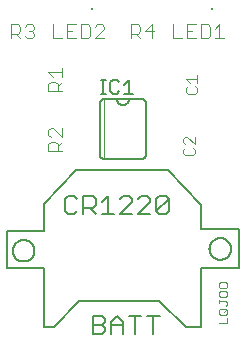
<source format=gto>
G75*
%MOIN*%
%OFA0B0*%
%FSLAX25Y25*%
%IPPOS*%
%LPD*%
%AMOC8*
5,1,8,0,0,1.08239X$1,22.5*
%
%ADD10C,0.00300*%
%ADD11C,0.00500*%
%ADD12C,0.00600*%
%ADD13C,0.00200*%
%ADD14R,0.00787X0.00787*%
%ADD15C,0.00400*%
D10*
X0072002Y0073630D02*
X0072619Y0073013D01*
X0075088Y0073013D01*
X0075705Y0073630D01*
X0075705Y0074865D01*
X0075088Y0075482D01*
X0075705Y0076696D02*
X0073236Y0079165D01*
X0072619Y0079165D01*
X0072002Y0078548D01*
X0072002Y0077313D01*
X0072619Y0076696D01*
X0072619Y0075482D02*
X0072002Y0074865D01*
X0072002Y0073630D01*
X0075705Y0076696D02*
X0075705Y0079165D01*
X0075978Y0093521D02*
X0073509Y0093521D01*
X0072892Y0094138D01*
X0072892Y0095372D01*
X0073509Y0095989D01*
X0074126Y0097204D02*
X0072892Y0098438D01*
X0076595Y0098438D01*
X0076595Y0097204D02*
X0076595Y0099673D01*
X0075978Y0095989D02*
X0076595Y0095372D01*
X0076595Y0094138D01*
X0075978Y0093521D01*
X0084231Y0030671D02*
X0083748Y0030187D01*
X0083748Y0029220D01*
X0084231Y0028736D01*
X0086166Y0028736D01*
X0086650Y0029220D01*
X0086650Y0030187D01*
X0086166Y0030671D01*
X0084231Y0030671D01*
X0084231Y0027725D02*
X0083748Y0027241D01*
X0083748Y0026273D01*
X0084231Y0025790D01*
X0086166Y0025790D01*
X0086650Y0026273D01*
X0086650Y0027241D01*
X0086166Y0027725D01*
X0084231Y0027725D01*
X0083748Y0024778D02*
X0083748Y0023811D01*
X0083748Y0024294D02*
X0086166Y0024294D01*
X0086650Y0023811D01*
X0086650Y0023327D01*
X0086166Y0022843D01*
X0086166Y0021831D02*
X0086650Y0021348D01*
X0086650Y0020380D01*
X0086166Y0019897D01*
X0084231Y0019897D01*
X0083748Y0020380D01*
X0083748Y0021348D01*
X0084231Y0021831D01*
X0086166Y0021831D01*
X0086650Y0021831D02*
X0085683Y0020864D01*
X0086650Y0018885D02*
X0086650Y0016950D01*
X0083748Y0016950D01*
D11*
X0025580Y0015611D02*
X0025580Y0035343D01*
X0013060Y0035343D01*
X0013060Y0047863D01*
X0025580Y0047863D01*
X0025580Y0056863D01*
X0036131Y0068020D01*
X0066863Y0068020D01*
X0078020Y0056257D01*
X0078020Y0048257D01*
X0090540Y0048257D01*
X0090540Y0035343D01*
X0078020Y0035343D01*
X0078020Y0015611D01*
X0072800Y0015611D01*
X0063800Y0024461D01*
X0037225Y0024461D01*
X0028800Y0015611D01*
X0025580Y0015611D01*
X0041741Y0016447D02*
X0044794Y0016447D01*
X0045811Y0015430D01*
X0045811Y0014412D01*
X0044794Y0013395D01*
X0041741Y0013395D01*
X0041741Y0019500D01*
X0044794Y0019500D01*
X0045811Y0018483D01*
X0045811Y0017465D01*
X0044794Y0016447D01*
X0047818Y0016447D02*
X0051889Y0016447D01*
X0051889Y0017465D02*
X0051889Y0013395D01*
X0055931Y0013395D02*
X0055931Y0019500D01*
X0053896Y0019500D02*
X0057966Y0019500D01*
X0059973Y0019500D02*
X0064043Y0019500D01*
X0062008Y0019500D02*
X0062008Y0013395D01*
X0051889Y0017465D02*
X0049853Y0019500D01*
X0047818Y0017465D01*
X0047818Y0013395D01*
X0048811Y0053363D02*
X0044741Y0053363D01*
X0042734Y0053363D02*
X0040699Y0055398D01*
X0041717Y0055398D02*
X0038664Y0055398D01*
X0038664Y0053363D02*
X0038664Y0059469D01*
X0041717Y0059469D01*
X0042734Y0058451D01*
X0042734Y0056416D01*
X0041717Y0055398D01*
X0044741Y0057434D02*
X0046776Y0059469D01*
X0046776Y0053363D01*
X0050818Y0053363D02*
X0054889Y0057434D01*
X0054889Y0058451D01*
X0053871Y0059469D01*
X0051836Y0059469D01*
X0050818Y0058451D01*
X0050818Y0053363D02*
X0054889Y0053363D01*
X0056896Y0053363D02*
X0060966Y0057434D01*
X0060966Y0058451D01*
X0059948Y0059469D01*
X0057913Y0059469D01*
X0056896Y0058451D01*
X0056896Y0053363D02*
X0060966Y0053363D01*
X0062973Y0054381D02*
X0067043Y0058451D01*
X0067043Y0054381D01*
X0066025Y0053363D01*
X0063990Y0053363D01*
X0062973Y0054381D01*
X0062973Y0058451D01*
X0063990Y0059469D01*
X0066025Y0059469D01*
X0067043Y0058451D01*
X0080690Y0041800D02*
X0080692Y0041920D01*
X0080698Y0042040D01*
X0080708Y0042159D01*
X0080722Y0042278D01*
X0080740Y0042397D01*
X0080761Y0042515D01*
X0080787Y0042632D01*
X0080817Y0042748D01*
X0080850Y0042863D01*
X0080887Y0042977D01*
X0080928Y0043089D01*
X0080973Y0043201D01*
X0081022Y0043310D01*
X0081074Y0043418D01*
X0081129Y0043525D01*
X0081188Y0043629D01*
X0081251Y0043731D01*
X0081317Y0043831D01*
X0081386Y0043929D01*
X0081458Y0044025D01*
X0081534Y0044118D01*
X0081612Y0044208D01*
X0081694Y0044296D01*
X0081778Y0044381D01*
X0081865Y0044464D01*
X0081955Y0044543D01*
X0082048Y0044619D01*
X0082143Y0044692D01*
X0082240Y0044762D01*
X0082340Y0044829D01*
X0082441Y0044892D01*
X0082545Y0044952D01*
X0082651Y0045009D01*
X0082758Y0045062D01*
X0082868Y0045111D01*
X0082979Y0045157D01*
X0083091Y0045199D01*
X0083205Y0045237D01*
X0083319Y0045271D01*
X0083435Y0045302D01*
X0083552Y0045328D01*
X0083670Y0045351D01*
X0083788Y0045370D01*
X0083907Y0045385D01*
X0084027Y0045396D01*
X0084146Y0045403D01*
X0084266Y0045406D01*
X0084386Y0045405D01*
X0084506Y0045400D01*
X0084625Y0045391D01*
X0084744Y0045378D01*
X0084863Y0045361D01*
X0084981Y0045340D01*
X0085098Y0045316D01*
X0085215Y0045287D01*
X0085330Y0045255D01*
X0085444Y0045218D01*
X0085557Y0045178D01*
X0085669Y0045134D01*
X0085779Y0045087D01*
X0085888Y0045036D01*
X0085994Y0044981D01*
X0086099Y0044923D01*
X0086202Y0044861D01*
X0086303Y0044796D01*
X0086401Y0044728D01*
X0086497Y0044656D01*
X0086591Y0044582D01*
X0086682Y0044504D01*
X0086771Y0044423D01*
X0086856Y0044339D01*
X0086939Y0044253D01*
X0087019Y0044163D01*
X0087097Y0044072D01*
X0087170Y0043977D01*
X0087241Y0043881D01*
X0087309Y0043782D01*
X0087373Y0043680D01*
X0087434Y0043577D01*
X0087491Y0043472D01*
X0087545Y0043365D01*
X0087595Y0043256D01*
X0087642Y0043145D01*
X0087685Y0043033D01*
X0087724Y0042920D01*
X0087759Y0042805D01*
X0087790Y0042690D01*
X0087818Y0042573D01*
X0087842Y0042456D01*
X0087862Y0042337D01*
X0087878Y0042219D01*
X0087890Y0042099D01*
X0087898Y0041980D01*
X0087902Y0041860D01*
X0087902Y0041740D01*
X0087898Y0041620D01*
X0087890Y0041501D01*
X0087878Y0041381D01*
X0087862Y0041263D01*
X0087842Y0041144D01*
X0087818Y0041027D01*
X0087790Y0040910D01*
X0087759Y0040795D01*
X0087724Y0040680D01*
X0087685Y0040567D01*
X0087642Y0040455D01*
X0087595Y0040344D01*
X0087545Y0040235D01*
X0087491Y0040128D01*
X0087434Y0040023D01*
X0087373Y0039920D01*
X0087309Y0039818D01*
X0087241Y0039719D01*
X0087170Y0039623D01*
X0087097Y0039528D01*
X0087019Y0039437D01*
X0086939Y0039347D01*
X0086856Y0039261D01*
X0086771Y0039177D01*
X0086682Y0039096D01*
X0086591Y0039018D01*
X0086497Y0038944D01*
X0086401Y0038872D01*
X0086303Y0038804D01*
X0086202Y0038739D01*
X0086099Y0038677D01*
X0085994Y0038619D01*
X0085888Y0038564D01*
X0085779Y0038513D01*
X0085669Y0038466D01*
X0085557Y0038422D01*
X0085444Y0038382D01*
X0085330Y0038345D01*
X0085215Y0038313D01*
X0085098Y0038284D01*
X0084981Y0038260D01*
X0084863Y0038239D01*
X0084744Y0038222D01*
X0084625Y0038209D01*
X0084506Y0038200D01*
X0084386Y0038195D01*
X0084266Y0038194D01*
X0084146Y0038197D01*
X0084027Y0038204D01*
X0083907Y0038215D01*
X0083788Y0038230D01*
X0083670Y0038249D01*
X0083552Y0038272D01*
X0083435Y0038298D01*
X0083319Y0038329D01*
X0083205Y0038363D01*
X0083091Y0038401D01*
X0082979Y0038443D01*
X0082868Y0038489D01*
X0082758Y0038538D01*
X0082651Y0038591D01*
X0082545Y0038648D01*
X0082441Y0038708D01*
X0082340Y0038771D01*
X0082240Y0038838D01*
X0082143Y0038908D01*
X0082048Y0038981D01*
X0081955Y0039057D01*
X0081865Y0039136D01*
X0081778Y0039219D01*
X0081694Y0039304D01*
X0081612Y0039392D01*
X0081534Y0039482D01*
X0081458Y0039575D01*
X0081386Y0039671D01*
X0081317Y0039769D01*
X0081251Y0039869D01*
X0081188Y0039971D01*
X0081129Y0040075D01*
X0081074Y0040182D01*
X0081022Y0040290D01*
X0080973Y0040399D01*
X0080928Y0040511D01*
X0080887Y0040623D01*
X0080850Y0040737D01*
X0080817Y0040852D01*
X0080787Y0040968D01*
X0080761Y0041085D01*
X0080740Y0041203D01*
X0080722Y0041322D01*
X0080708Y0041441D01*
X0080698Y0041560D01*
X0080692Y0041680D01*
X0080690Y0041800D01*
X0055226Y0093550D02*
X0052223Y0093550D01*
X0053724Y0093550D02*
X0053724Y0098054D01*
X0052223Y0096553D01*
X0050622Y0097303D02*
X0049871Y0098054D01*
X0048370Y0098054D01*
X0047619Y0097303D01*
X0047619Y0094301D01*
X0048370Y0093550D01*
X0049871Y0093550D01*
X0050622Y0094301D01*
X0046051Y0093550D02*
X0044550Y0093550D01*
X0045301Y0093550D02*
X0045301Y0098054D01*
X0046051Y0098054D02*
X0044550Y0098054D01*
X0035639Y0059469D02*
X0033604Y0059469D01*
X0032587Y0058451D01*
X0032587Y0054381D01*
X0033604Y0053363D01*
X0035639Y0053363D01*
X0036657Y0054381D01*
X0036657Y0058451D02*
X0035639Y0059469D01*
X0015123Y0041194D02*
X0015125Y0041314D01*
X0015131Y0041434D01*
X0015141Y0041553D01*
X0015155Y0041672D01*
X0015173Y0041791D01*
X0015194Y0041909D01*
X0015220Y0042026D01*
X0015250Y0042142D01*
X0015283Y0042257D01*
X0015320Y0042371D01*
X0015361Y0042483D01*
X0015406Y0042595D01*
X0015455Y0042704D01*
X0015507Y0042812D01*
X0015562Y0042919D01*
X0015621Y0043023D01*
X0015684Y0043125D01*
X0015750Y0043225D01*
X0015819Y0043323D01*
X0015891Y0043419D01*
X0015967Y0043512D01*
X0016045Y0043602D01*
X0016127Y0043690D01*
X0016211Y0043775D01*
X0016298Y0043858D01*
X0016388Y0043937D01*
X0016481Y0044013D01*
X0016576Y0044086D01*
X0016673Y0044156D01*
X0016773Y0044223D01*
X0016874Y0044286D01*
X0016978Y0044346D01*
X0017084Y0044403D01*
X0017191Y0044456D01*
X0017301Y0044505D01*
X0017412Y0044551D01*
X0017524Y0044593D01*
X0017638Y0044631D01*
X0017752Y0044665D01*
X0017868Y0044696D01*
X0017985Y0044722D01*
X0018103Y0044745D01*
X0018221Y0044764D01*
X0018340Y0044779D01*
X0018460Y0044790D01*
X0018579Y0044797D01*
X0018699Y0044800D01*
X0018819Y0044799D01*
X0018939Y0044794D01*
X0019058Y0044785D01*
X0019177Y0044772D01*
X0019296Y0044755D01*
X0019414Y0044734D01*
X0019531Y0044710D01*
X0019648Y0044681D01*
X0019763Y0044649D01*
X0019877Y0044612D01*
X0019990Y0044572D01*
X0020102Y0044528D01*
X0020212Y0044481D01*
X0020321Y0044430D01*
X0020427Y0044375D01*
X0020532Y0044317D01*
X0020635Y0044255D01*
X0020736Y0044190D01*
X0020834Y0044122D01*
X0020930Y0044050D01*
X0021024Y0043976D01*
X0021115Y0043898D01*
X0021204Y0043817D01*
X0021289Y0043733D01*
X0021372Y0043647D01*
X0021452Y0043557D01*
X0021530Y0043466D01*
X0021603Y0043371D01*
X0021674Y0043275D01*
X0021742Y0043176D01*
X0021806Y0043074D01*
X0021867Y0042971D01*
X0021924Y0042866D01*
X0021978Y0042759D01*
X0022028Y0042650D01*
X0022075Y0042539D01*
X0022118Y0042427D01*
X0022157Y0042314D01*
X0022192Y0042199D01*
X0022223Y0042084D01*
X0022251Y0041967D01*
X0022275Y0041850D01*
X0022295Y0041731D01*
X0022311Y0041613D01*
X0022323Y0041493D01*
X0022331Y0041374D01*
X0022335Y0041254D01*
X0022335Y0041134D01*
X0022331Y0041014D01*
X0022323Y0040895D01*
X0022311Y0040775D01*
X0022295Y0040657D01*
X0022275Y0040538D01*
X0022251Y0040421D01*
X0022223Y0040304D01*
X0022192Y0040189D01*
X0022157Y0040074D01*
X0022118Y0039961D01*
X0022075Y0039849D01*
X0022028Y0039738D01*
X0021978Y0039629D01*
X0021924Y0039522D01*
X0021867Y0039417D01*
X0021806Y0039314D01*
X0021742Y0039212D01*
X0021674Y0039113D01*
X0021603Y0039017D01*
X0021530Y0038922D01*
X0021452Y0038831D01*
X0021372Y0038741D01*
X0021289Y0038655D01*
X0021204Y0038571D01*
X0021115Y0038490D01*
X0021024Y0038412D01*
X0020930Y0038338D01*
X0020834Y0038266D01*
X0020736Y0038198D01*
X0020635Y0038133D01*
X0020532Y0038071D01*
X0020427Y0038013D01*
X0020321Y0037958D01*
X0020212Y0037907D01*
X0020102Y0037860D01*
X0019990Y0037816D01*
X0019877Y0037776D01*
X0019763Y0037739D01*
X0019648Y0037707D01*
X0019531Y0037678D01*
X0019414Y0037654D01*
X0019296Y0037633D01*
X0019177Y0037616D01*
X0019058Y0037603D01*
X0018939Y0037594D01*
X0018819Y0037589D01*
X0018699Y0037588D01*
X0018579Y0037591D01*
X0018460Y0037598D01*
X0018340Y0037609D01*
X0018221Y0037624D01*
X0018103Y0037643D01*
X0017985Y0037666D01*
X0017868Y0037692D01*
X0017752Y0037723D01*
X0017638Y0037757D01*
X0017524Y0037795D01*
X0017412Y0037837D01*
X0017301Y0037883D01*
X0017191Y0037932D01*
X0017084Y0037985D01*
X0016978Y0038042D01*
X0016874Y0038102D01*
X0016773Y0038165D01*
X0016673Y0038232D01*
X0016576Y0038302D01*
X0016481Y0038375D01*
X0016388Y0038451D01*
X0016298Y0038530D01*
X0016211Y0038613D01*
X0016127Y0038698D01*
X0016045Y0038786D01*
X0015967Y0038876D01*
X0015891Y0038969D01*
X0015819Y0039065D01*
X0015750Y0039163D01*
X0015684Y0039263D01*
X0015621Y0039365D01*
X0015562Y0039469D01*
X0015507Y0039576D01*
X0015455Y0039684D01*
X0015406Y0039793D01*
X0015361Y0039905D01*
X0015320Y0040017D01*
X0015283Y0040131D01*
X0015250Y0040246D01*
X0015220Y0040362D01*
X0015194Y0040479D01*
X0015173Y0040597D01*
X0015155Y0040716D01*
X0015141Y0040835D01*
X0015131Y0040954D01*
X0015125Y0041074D01*
X0015123Y0041194D01*
D12*
X0044100Y0073300D02*
X0044100Y0090300D01*
X0044102Y0090376D01*
X0044108Y0090452D01*
X0044117Y0090527D01*
X0044131Y0090602D01*
X0044148Y0090676D01*
X0044169Y0090749D01*
X0044193Y0090821D01*
X0044222Y0090892D01*
X0044253Y0090961D01*
X0044288Y0091028D01*
X0044327Y0091093D01*
X0044369Y0091157D01*
X0044414Y0091218D01*
X0044462Y0091277D01*
X0044513Y0091333D01*
X0044567Y0091387D01*
X0044623Y0091438D01*
X0044682Y0091486D01*
X0044743Y0091531D01*
X0044807Y0091573D01*
X0044872Y0091612D01*
X0044939Y0091647D01*
X0045008Y0091678D01*
X0045079Y0091707D01*
X0045151Y0091731D01*
X0045224Y0091752D01*
X0045298Y0091769D01*
X0045373Y0091783D01*
X0045448Y0091792D01*
X0045524Y0091798D01*
X0045600Y0091800D01*
X0058000Y0091800D01*
X0058076Y0091798D01*
X0058152Y0091792D01*
X0058227Y0091783D01*
X0058302Y0091769D01*
X0058376Y0091752D01*
X0058449Y0091731D01*
X0058521Y0091707D01*
X0058592Y0091678D01*
X0058661Y0091647D01*
X0058728Y0091612D01*
X0058793Y0091573D01*
X0058857Y0091531D01*
X0058918Y0091486D01*
X0058977Y0091438D01*
X0059033Y0091387D01*
X0059087Y0091333D01*
X0059138Y0091277D01*
X0059186Y0091218D01*
X0059231Y0091157D01*
X0059273Y0091093D01*
X0059312Y0091028D01*
X0059347Y0090961D01*
X0059378Y0090892D01*
X0059407Y0090821D01*
X0059431Y0090749D01*
X0059452Y0090676D01*
X0059469Y0090602D01*
X0059483Y0090527D01*
X0059492Y0090452D01*
X0059498Y0090376D01*
X0059500Y0090300D01*
X0059500Y0073300D01*
X0059498Y0073224D01*
X0059492Y0073148D01*
X0059483Y0073073D01*
X0059469Y0072998D01*
X0059452Y0072924D01*
X0059431Y0072851D01*
X0059407Y0072779D01*
X0059378Y0072708D01*
X0059347Y0072639D01*
X0059312Y0072572D01*
X0059273Y0072507D01*
X0059231Y0072443D01*
X0059186Y0072382D01*
X0059138Y0072323D01*
X0059087Y0072267D01*
X0059033Y0072213D01*
X0058977Y0072162D01*
X0058918Y0072114D01*
X0058857Y0072069D01*
X0058793Y0072027D01*
X0058728Y0071988D01*
X0058661Y0071953D01*
X0058592Y0071922D01*
X0058521Y0071893D01*
X0058449Y0071869D01*
X0058376Y0071848D01*
X0058302Y0071831D01*
X0058227Y0071817D01*
X0058152Y0071808D01*
X0058076Y0071802D01*
X0058000Y0071800D01*
X0045600Y0071800D01*
X0045524Y0071802D01*
X0045448Y0071808D01*
X0045373Y0071817D01*
X0045298Y0071831D01*
X0045224Y0071848D01*
X0045151Y0071869D01*
X0045079Y0071893D01*
X0045008Y0071922D01*
X0044939Y0071953D01*
X0044872Y0071988D01*
X0044807Y0072027D01*
X0044743Y0072069D01*
X0044682Y0072114D01*
X0044623Y0072162D01*
X0044567Y0072213D01*
X0044513Y0072267D01*
X0044462Y0072323D01*
X0044414Y0072382D01*
X0044369Y0072443D01*
X0044327Y0072507D01*
X0044288Y0072572D01*
X0044253Y0072639D01*
X0044222Y0072708D01*
X0044193Y0072779D01*
X0044169Y0072851D01*
X0044148Y0072924D01*
X0044131Y0072998D01*
X0044117Y0073073D01*
X0044108Y0073148D01*
X0044102Y0073224D01*
X0044100Y0073300D01*
X0049800Y0091800D02*
X0049802Y0091712D01*
X0049808Y0091623D01*
X0049818Y0091535D01*
X0049831Y0091448D01*
X0049849Y0091361D01*
X0049870Y0091275D01*
X0049895Y0091190D01*
X0049924Y0091107D01*
X0049957Y0091024D01*
X0049993Y0090944D01*
X0050032Y0090865D01*
X0050075Y0090787D01*
X0050122Y0090712D01*
X0050172Y0090639D01*
X0050225Y0090568D01*
X0050281Y0090499D01*
X0050340Y0090433D01*
X0050402Y0090370D01*
X0050466Y0090310D01*
X0050533Y0090252D01*
X0050603Y0090198D01*
X0050675Y0090146D01*
X0050749Y0090098D01*
X0050826Y0090053D01*
X0050904Y0090012D01*
X0050984Y0089974D01*
X0051065Y0089940D01*
X0051148Y0089909D01*
X0051233Y0089882D01*
X0051318Y0089859D01*
X0051404Y0089840D01*
X0051492Y0089824D01*
X0051579Y0089812D01*
X0051667Y0089804D01*
X0051756Y0089800D01*
X0051844Y0089800D01*
X0051933Y0089804D01*
X0052021Y0089812D01*
X0052108Y0089824D01*
X0052196Y0089840D01*
X0052282Y0089859D01*
X0052367Y0089882D01*
X0052452Y0089909D01*
X0052535Y0089940D01*
X0052616Y0089974D01*
X0052696Y0090012D01*
X0052774Y0090053D01*
X0052851Y0090098D01*
X0052925Y0090146D01*
X0052997Y0090198D01*
X0053067Y0090252D01*
X0053134Y0090310D01*
X0053198Y0090370D01*
X0053260Y0090433D01*
X0053319Y0090499D01*
X0053375Y0090568D01*
X0053428Y0090639D01*
X0053478Y0090712D01*
X0053525Y0090787D01*
X0053568Y0090865D01*
X0053607Y0090944D01*
X0053643Y0091024D01*
X0053676Y0091107D01*
X0053705Y0091190D01*
X0053730Y0091275D01*
X0053751Y0091361D01*
X0053769Y0091448D01*
X0053782Y0091535D01*
X0053792Y0091623D01*
X0053798Y0091712D01*
X0053800Y0091800D01*
D13*
X0045500Y0091800D02*
X0045500Y0071800D01*
D14*
X0041406Y0121800D03*
X0081406Y0121800D03*
D15*
X0080094Y0116604D02*
X0077792Y0116604D01*
X0077792Y0112000D01*
X0080094Y0112000D01*
X0080861Y0112767D01*
X0080861Y0115837D01*
X0080094Y0116604D01*
X0082396Y0115069D02*
X0083931Y0116604D01*
X0083931Y0112000D01*
X0085465Y0112000D02*
X0082396Y0112000D01*
X0076257Y0112000D02*
X0073188Y0112000D01*
X0073188Y0116604D01*
X0076257Y0116604D01*
X0074723Y0114302D02*
X0073188Y0114302D01*
X0071654Y0112000D02*
X0068584Y0112000D01*
X0068584Y0116604D01*
X0062173Y0114302D02*
X0059104Y0114302D01*
X0061406Y0116604D01*
X0061406Y0112000D01*
X0057569Y0112000D02*
X0056035Y0113535D01*
X0056802Y0113535D02*
X0054500Y0113535D01*
X0054500Y0112000D02*
X0054500Y0116604D01*
X0056802Y0116604D01*
X0057569Y0115837D01*
X0057569Y0114302D01*
X0056802Y0113535D01*
X0045465Y0115069D02*
X0045465Y0115837D01*
X0044698Y0116604D01*
X0043163Y0116604D01*
X0042396Y0115837D01*
X0040861Y0115837D02*
X0040094Y0116604D01*
X0037792Y0116604D01*
X0037792Y0112000D01*
X0040094Y0112000D01*
X0040861Y0112767D01*
X0040861Y0115837D01*
X0042396Y0112000D02*
X0045465Y0115069D01*
X0045465Y0112000D02*
X0042396Y0112000D01*
X0036257Y0112000D02*
X0033188Y0112000D01*
X0033188Y0116604D01*
X0036257Y0116604D01*
X0034723Y0114302D02*
X0033188Y0114302D01*
X0031654Y0112000D02*
X0028584Y0112000D01*
X0028584Y0116604D01*
X0022173Y0115837D02*
X0022173Y0115069D01*
X0021406Y0114302D01*
X0022173Y0113535D01*
X0022173Y0112767D01*
X0021406Y0112000D01*
X0019871Y0112000D01*
X0019104Y0112767D01*
X0020639Y0114302D02*
X0021406Y0114302D01*
X0022173Y0115837D02*
X0021406Y0116604D01*
X0019871Y0116604D01*
X0019104Y0115837D01*
X0017569Y0115837D02*
X0017569Y0114302D01*
X0016802Y0113535D01*
X0014500Y0113535D01*
X0016035Y0113535D02*
X0017569Y0112000D01*
X0014500Y0112000D02*
X0014500Y0116604D01*
X0016802Y0116604D01*
X0017569Y0115837D01*
X0026996Y0100639D02*
X0031600Y0100639D01*
X0031600Y0102173D02*
X0031600Y0099104D01*
X0031600Y0097569D02*
X0030065Y0096035D01*
X0030065Y0096802D02*
X0029298Y0097569D01*
X0027763Y0097569D01*
X0026996Y0096802D01*
X0026996Y0094500D01*
X0031600Y0094500D01*
X0030065Y0094500D02*
X0030065Y0096802D01*
X0028531Y0099104D02*
X0026996Y0100639D01*
X0027763Y0082173D02*
X0026996Y0081406D01*
X0026996Y0079871D01*
X0027763Y0079104D01*
X0027763Y0077569D02*
X0029298Y0077569D01*
X0030065Y0076802D01*
X0030065Y0074500D01*
X0030065Y0076035D02*
X0031600Y0077569D01*
X0031600Y0079104D02*
X0028531Y0082173D01*
X0027763Y0082173D01*
X0027763Y0077569D02*
X0026996Y0076802D01*
X0026996Y0074500D01*
X0031600Y0074500D01*
X0031600Y0079104D02*
X0031600Y0082173D01*
M02*

</source>
